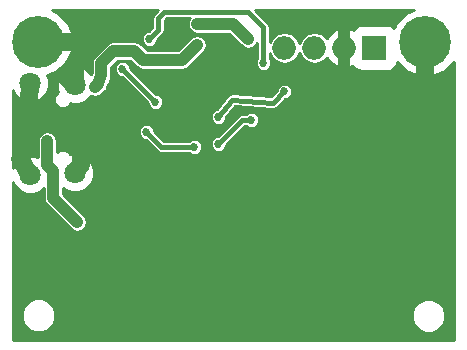
<source format=gbl>
G04 #@! TF.FileFunction,Copper,L2,Bot,Signal*
%FSLAX46Y46*%
G04 Gerber Fmt 4.6, Leading zero omitted, Abs format (unit mm)*
G04 Created by KiCad (PCBNEW 4.0.7-e2-6376~60~ubuntu17.10.1) date Sun Feb  4 21:17:50 2018*
%MOMM*%
%LPD*%
G01*
G04 APERTURE LIST*
%ADD10C,0.100000*%
%ADD11C,1.800000*%
%ADD12C,4.400000*%
%ADD13O,1.998980X1.998980*%
%ADD14R,1.998980X1.998980*%
%ADD15C,0.685800*%
%ADD16C,1.500000*%
%ADD17C,0.381000*%
%ADD18C,1.000000*%
%ADD19C,0.400000*%
%ADD20C,0.254000*%
G04 APERTURE END LIST*
D10*
D11*
X141812000Y-88985000D03*
X141787000Y-96435000D03*
X137987000Y-88835000D03*
X137987000Y-96585000D03*
D12*
X171450000Y-85344000D03*
X138684000Y-85344000D03*
D13*
X159512000Y-85852000D03*
D14*
X167132000Y-85852000D03*
D13*
X164592000Y-85852000D03*
X162052000Y-85852000D03*
D15*
X150114000Y-83820000D03*
X140716000Y-103632000D03*
X144780000Y-89154000D03*
X146050000Y-83058000D03*
X142875000Y-83350100D03*
X162585400Y-92684600D03*
X162026600Y-91097100D03*
X158165800Y-89623900D03*
X154178000Y-96774000D03*
X163576000Y-98450400D03*
X167830500Y-92252800D03*
X171691300Y-97256600D03*
X172478700Y-97282000D03*
X173405800Y-101942900D03*
X172415200Y-101904800D03*
X169329100Y-107149900D03*
X145796000Y-87630000D03*
X148590000Y-90424000D03*
X156718000Y-91948000D03*
X153924000Y-93980000D03*
X141986000Y-100584000D03*
X139446000Y-93726000D03*
X143510000Y-89154000D03*
X152120600Y-85572600D03*
X152146000Y-83820000D03*
X156464000Y-85090000D03*
X159512000Y-89535000D03*
X153924000Y-91694000D03*
X151892000Y-94234000D03*
X147828000Y-92964000D03*
X148082000Y-85090000D03*
X157734000Y-87122000D03*
D16*
X171450000Y-85344000D02*
X171450000Y-89408000D01*
D17*
X150876000Y-84328000D02*
X150876000Y-84074000D01*
X150114000Y-83820000D02*
X150876000Y-84328000D01*
D16*
X141812000Y-88985000D02*
X141695080Y-88985000D01*
X141695080Y-88985000D02*
X140858240Y-88148160D01*
X141812000Y-88985000D02*
X141812000Y-87539840D01*
X141812000Y-87539840D02*
X141894560Y-87457280D01*
X141787000Y-96435000D02*
X141787000Y-96241480D01*
X141787000Y-96241480D02*
X142280640Y-95747840D01*
X142280640Y-95747840D02*
X142280640Y-95158560D01*
X137987000Y-96585000D02*
X137160000Y-95250000D01*
X137160000Y-95250000D02*
X137288040Y-95121960D01*
X137987000Y-88835000D02*
X137922000Y-90424000D01*
X137922000Y-90424000D02*
X138070360Y-90572360D01*
X138684000Y-85344000D02*
X142113000Y-85344000D01*
X142204440Y-85435440D02*
X142204440Y-85481160D01*
X142113000Y-85344000D02*
X142204440Y-85435440D01*
D17*
X144769840Y-89164160D02*
X144769840Y-89311480D01*
X144780000Y-89154000D02*
X144769840Y-89164160D01*
X146672300Y-83070700D02*
X146634200Y-83108800D01*
X146024600Y-83083400D02*
X146672300Y-83070700D01*
X146050000Y-83058000D02*
X146024600Y-83083400D01*
X142786100Y-83439000D02*
X142176500Y-83439000D01*
X142875000Y-83350100D02*
X142786100Y-83439000D01*
D18*
X164592000Y-85852000D02*
X164592000Y-83388200D01*
X164592000Y-83388200D02*
X164553900Y-83350100D01*
X164592000Y-85852000D02*
X164592000Y-88099900D01*
X164566600Y-88125300D02*
X164566600Y-88150700D01*
X164592000Y-88099900D02*
X164566600Y-88125300D01*
D17*
X162826700Y-92443300D02*
X162826700Y-92049600D01*
X162585400Y-92684600D02*
X162826700Y-92443300D01*
X162115500Y-91008200D02*
X162115500Y-90220800D01*
X162026600Y-91097100D02*
X162115500Y-91008200D01*
X158216600Y-89573100D02*
X158216600Y-89382600D01*
X158165800Y-89623900D02*
X158216600Y-89573100D01*
X154139900Y-96812100D02*
X154559000Y-96710500D01*
X154178000Y-96774000D02*
X154139900Y-96812100D01*
X163601400Y-98425000D02*
X163601400Y-97980500D01*
X163576000Y-98450400D02*
X163601400Y-98425000D01*
X167868600Y-92214700D02*
X167868600Y-91528900D01*
X167830500Y-92252800D02*
X167868600Y-92214700D01*
D18*
X172453300Y-97256600D02*
X171691300Y-97256600D01*
X172478700Y-97282000D02*
X172453300Y-97256600D01*
X172453300Y-101942900D02*
X173405800Y-101942900D01*
X172415200Y-101904800D02*
X172453300Y-101942900D01*
D17*
X169367200Y-107111800D02*
X169367200Y-106514900D01*
X169329100Y-107149900D02*
X169367200Y-107111800D01*
X146812000Y-88646000D02*
X145796000Y-87630000D01*
X148590000Y-90424000D02*
X146812000Y-88646000D01*
X155956000Y-91948000D02*
X156718000Y-91948000D01*
X153924000Y-93980000D02*
X155956000Y-91948000D01*
D18*
X139446000Y-93726000D02*
X139446000Y-95758000D01*
X139954000Y-96266000D02*
X139954000Y-96774000D01*
X141986000Y-100584000D02*
X139954000Y-98552000D01*
X139954000Y-98552000D02*
X139954000Y-96774000D01*
X139446000Y-95758000D02*
X139954000Y-96266000D01*
X143764000Y-88900000D02*
X143510000Y-89154000D01*
X148336000Y-86868000D02*
X147574000Y-86868000D01*
X150825200Y-86868000D02*
X152120600Y-85572600D01*
X148336000Y-86868000D02*
X150825200Y-86868000D01*
X144018000Y-87122000D02*
X144018000Y-88138000D01*
X145034000Y-86106000D02*
X144018000Y-87122000D01*
X146812000Y-86106000D02*
X145034000Y-86106000D01*
X147574000Y-86868000D02*
X146812000Y-86106000D01*
X144018000Y-88138000D02*
X143764000Y-88900000D01*
X155194000Y-83820000D02*
X152146000Y-83820000D01*
X156464000Y-85090000D02*
X155194000Y-83820000D01*
D17*
X158496000Y-90487500D02*
X158559500Y-90487500D01*
X158559500Y-90487500D02*
X159512000Y-89535000D01*
D19*
X153924000Y-91694000D02*
X155057600Y-90220800D01*
X155057600Y-90220800D02*
X158496000Y-90487500D01*
D17*
X149098000Y-94234000D02*
X151892000Y-94234000D01*
X147828000Y-92964000D02*
X149098000Y-94234000D01*
X149352000Y-82804000D02*
X156464000Y-82804000D01*
X148082000Y-85090000D02*
X148844000Y-84328000D01*
X148844000Y-84328000D02*
X148844000Y-83312000D01*
X148844000Y-83312000D02*
X149352000Y-82804000D01*
X157734000Y-84074000D02*
X157734000Y-87122000D01*
X156464000Y-82804000D02*
X157734000Y-84074000D01*
D20*
G36*
X148478072Y-82946072D02*
X148365892Y-83113961D01*
X148326500Y-83312000D01*
X148326500Y-84113644D01*
X148020098Y-84420046D01*
X147949333Y-84419984D01*
X147703028Y-84521755D01*
X147514418Y-84710037D01*
X147412217Y-84956164D01*
X147411984Y-85222667D01*
X147513755Y-85468972D01*
X147702037Y-85657582D01*
X147948164Y-85759783D01*
X148214667Y-85760016D01*
X148460972Y-85658245D01*
X148649582Y-85469963D01*
X148751783Y-85223836D01*
X148751846Y-85152010D01*
X149209928Y-84693928D01*
X149322108Y-84526039D01*
X149361501Y-84328000D01*
X149361500Y-84327995D01*
X149361500Y-83526356D01*
X149566355Y-83321500D01*
X151503575Y-83321500D01*
X151381952Y-83503521D01*
X151319000Y-83820000D01*
X151381952Y-84136479D01*
X151561223Y-84404777D01*
X151829521Y-84584048D01*
X152146000Y-84647000D01*
X154851446Y-84647000D01*
X155879223Y-85674777D01*
X156147521Y-85854048D01*
X156464000Y-85916999D01*
X156780479Y-85854048D01*
X157048777Y-85674777D01*
X157216500Y-85423762D01*
X157216500Y-86692042D01*
X157166418Y-86742037D01*
X157064217Y-86988164D01*
X157063984Y-87254667D01*
X157165755Y-87500972D01*
X157354037Y-87689582D01*
X157600164Y-87791783D01*
X157866667Y-87792016D01*
X158112972Y-87690245D01*
X158301582Y-87501963D01*
X158403783Y-87255836D01*
X158404016Y-86989333D01*
X158302245Y-86743028D01*
X158251500Y-86692195D01*
X158251500Y-86314400D01*
X158260496Y-86359626D01*
X158548043Y-86789970D01*
X158978387Y-87077517D01*
X159486013Y-87178490D01*
X159537987Y-87178490D01*
X160045613Y-87077517D01*
X160475957Y-86789970D01*
X160763504Y-86359626D01*
X160782000Y-86266640D01*
X160800496Y-86359626D01*
X161088043Y-86789970D01*
X161518387Y-87077517D01*
X162026013Y-87178490D01*
X162077987Y-87178490D01*
X162585613Y-87077517D01*
X163015957Y-86789970D01*
X163098354Y-86666654D01*
X163356984Y-87053721D01*
X163908338Y-87422124D01*
X164558705Y-87551490D01*
X164625295Y-87551490D01*
X165275662Y-87422124D01*
X165329560Y-87386111D01*
X165427093Y-87537681D01*
X165749636Y-87758065D01*
X166132510Y-87835599D01*
X168131490Y-87835599D01*
X168489172Y-87768297D01*
X168817681Y-87556907D01*
X169038065Y-87234364D01*
X169072023Y-87066673D01*
X169805137Y-87801067D01*
X170870624Y-88243495D01*
X172024315Y-88244502D01*
X173090572Y-87803934D01*
X173824602Y-87071184D01*
X173888056Y-110591600D01*
X136524825Y-110591600D01*
X136522313Y-108766003D01*
X137256752Y-108766003D01*
X137473543Y-109290675D01*
X137874614Y-109692447D01*
X138398907Y-109910152D01*
X138966603Y-109910648D01*
X139491275Y-109693857D01*
X139893047Y-109292786D01*
X140090691Y-108816803D01*
X170276752Y-108816803D01*
X170493543Y-109341475D01*
X170894614Y-109743247D01*
X171418907Y-109960952D01*
X171986603Y-109961448D01*
X172511275Y-109744657D01*
X172913047Y-109343586D01*
X173130752Y-108819293D01*
X173131248Y-108251597D01*
X172914457Y-107726925D01*
X172513386Y-107325153D01*
X171989093Y-107107448D01*
X171421397Y-107106952D01*
X170896725Y-107323743D01*
X170494953Y-107724814D01*
X170277248Y-108249107D01*
X170276752Y-108816803D01*
X140090691Y-108816803D01*
X140110752Y-108768493D01*
X140111248Y-108200797D01*
X139894457Y-107676125D01*
X139493386Y-107274353D01*
X138969093Y-107056648D01*
X138401397Y-107056152D01*
X137876725Y-107272943D01*
X137474953Y-107674014D01*
X137257248Y-108198307D01*
X137256752Y-108766003D01*
X136522313Y-108766003D01*
X136506381Y-97191457D01*
X136629795Y-97490143D01*
X137079489Y-97940623D01*
X137667344Y-98184722D01*
X138303863Y-98185277D01*
X138892143Y-97942205D01*
X139127000Y-97707758D01*
X139127000Y-98552000D01*
X139189952Y-98868479D01*
X139369223Y-99136777D01*
X141401223Y-101168777D01*
X141669521Y-101348048D01*
X141986000Y-101411000D01*
X142302479Y-101348048D01*
X142570777Y-101168777D01*
X142750048Y-100900479D01*
X142813000Y-100584000D01*
X142750048Y-100267521D01*
X142570777Y-99999223D01*
X140781000Y-98209446D01*
X140781000Y-97691962D01*
X140879489Y-97790623D01*
X141467344Y-98034722D01*
X142103863Y-98035277D01*
X142692143Y-97792205D01*
X143142623Y-97342511D01*
X143386722Y-96754656D01*
X143387277Y-96118137D01*
X143144205Y-95529857D01*
X142694511Y-95079377D01*
X142106656Y-94835278D01*
X141470137Y-94834723D01*
X141383368Y-94870575D01*
X141353680Y-94798725D01*
X141149350Y-94594039D01*
X140882244Y-94483126D01*
X140593025Y-94482874D01*
X140325725Y-94593320D01*
X140273000Y-94645953D01*
X140273000Y-93726000D01*
X140210048Y-93409521D01*
X140030777Y-93141223D01*
X139964095Y-93096667D01*
X147157984Y-93096667D01*
X147259755Y-93342972D01*
X147448037Y-93531582D01*
X147694164Y-93633783D01*
X147765990Y-93633846D01*
X148732072Y-94599928D01*
X148899961Y-94712108D01*
X149098000Y-94751500D01*
X151462042Y-94751500D01*
X151512037Y-94801582D01*
X151758164Y-94903783D01*
X152024667Y-94904016D01*
X152270972Y-94802245D01*
X152459582Y-94613963D01*
X152561783Y-94367836D01*
X152562006Y-94112667D01*
X153253984Y-94112667D01*
X153355755Y-94358972D01*
X153544037Y-94547582D01*
X153790164Y-94649783D01*
X154056667Y-94650016D01*
X154302972Y-94548245D01*
X154491582Y-94359963D01*
X154593783Y-94113836D01*
X154593846Y-94042010D01*
X156170356Y-92465500D01*
X156288042Y-92465500D01*
X156338037Y-92515582D01*
X156584164Y-92617783D01*
X156850667Y-92618016D01*
X157096972Y-92516245D01*
X157285582Y-92327963D01*
X157387783Y-92081836D01*
X157388016Y-91815333D01*
X157286245Y-91569028D01*
X157097963Y-91380418D01*
X156851836Y-91278217D01*
X156585333Y-91277984D01*
X156339028Y-91379755D01*
X156288195Y-91430500D01*
X155956000Y-91430500D01*
X155757961Y-91469892D01*
X155590072Y-91582072D01*
X153862098Y-93310046D01*
X153791333Y-93309984D01*
X153545028Y-93411755D01*
X153356418Y-93600037D01*
X153254217Y-93846164D01*
X153253984Y-94112667D01*
X152562006Y-94112667D01*
X152562016Y-94101333D01*
X152460245Y-93855028D01*
X152271963Y-93666418D01*
X152025836Y-93564217D01*
X151759333Y-93563984D01*
X151513028Y-93665755D01*
X151462195Y-93716500D01*
X149312356Y-93716500D01*
X148497954Y-92902098D01*
X148498016Y-92831333D01*
X148396245Y-92585028D01*
X148207963Y-92396418D01*
X147961836Y-92294217D01*
X147695333Y-92293984D01*
X147449028Y-92395755D01*
X147260418Y-92584037D01*
X147158217Y-92830164D01*
X147157984Y-93096667D01*
X139964095Y-93096667D01*
X139762479Y-92961952D01*
X139446000Y-92899000D01*
X139129521Y-92961952D01*
X138861223Y-93141223D01*
X138681952Y-93409521D01*
X138619000Y-93726000D01*
X138619000Y-95114975D01*
X138306656Y-94985278D01*
X137670137Y-94984723D01*
X137081857Y-95227795D01*
X136631377Y-95677489D01*
X136504717Y-95982521D01*
X136498997Y-91826667D01*
X153253984Y-91826667D01*
X153355755Y-92072972D01*
X153544037Y-92261582D01*
X153790164Y-92363783D01*
X154056667Y-92364016D01*
X154302972Y-92262245D01*
X154491582Y-92073963D01*
X154593783Y-91827836D01*
X154593906Y-91687573D01*
X155301281Y-90768284D01*
X158455246Y-91012922D01*
X158521538Y-91005000D01*
X158559500Y-91005000D01*
X158616630Y-90993636D01*
X158659418Y-90988523D01*
X158668788Y-90983261D01*
X158757539Y-90965608D01*
X158925428Y-90853428D01*
X159573901Y-90204954D01*
X159644667Y-90205016D01*
X159890972Y-90103245D01*
X160079582Y-89914963D01*
X160181783Y-89668836D01*
X160182016Y-89402333D01*
X160080245Y-89156028D01*
X159891963Y-88967418D01*
X159645836Y-88865217D01*
X159379333Y-88864984D01*
X159133028Y-88966755D01*
X158944418Y-89155037D01*
X158842217Y-89401164D01*
X158842154Y-89472990D01*
X158366288Y-89948856D01*
X155098354Y-89695378D01*
X155044068Y-89701865D01*
X154989521Y-89698216D01*
X154942974Y-89713946D01*
X154894182Y-89719777D01*
X154846511Y-89746545D01*
X154794718Y-89764048D01*
X154757731Y-89796397D01*
X154714889Y-89820453D01*
X154681091Y-89863425D01*
X154639938Y-89899417D01*
X153766807Y-91034118D01*
X153545028Y-91125755D01*
X153356418Y-91314037D01*
X153254217Y-91560164D01*
X153253984Y-91826667D01*
X136498997Y-91826667D01*
X136495678Y-89415554D01*
X136629795Y-89740143D01*
X137079489Y-90190623D01*
X137667344Y-90434722D01*
X138303863Y-90435277D01*
X138500629Y-90353975D01*
X140009874Y-90353975D01*
X140120320Y-90621275D01*
X140324650Y-90825961D01*
X140591756Y-90936874D01*
X140880975Y-90937126D01*
X141148275Y-90826680D01*
X141352961Y-90622350D01*
X141386786Y-90540891D01*
X141492344Y-90584722D01*
X142128863Y-90585277D01*
X142717143Y-90342205D01*
X143162683Y-89897443D01*
X143193521Y-89918048D01*
X143510000Y-89981000D01*
X143826479Y-89918048D01*
X144094777Y-89738777D01*
X144348777Y-89484777D01*
X144365285Y-89460071D01*
X144388760Y-89441852D01*
X144454406Y-89326692D01*
X144528048Y-89216479D01*
X144533845Y-89187336D01*
X144548561Y-89161520D01*
X144802561Y-88399520D01*
X144819139Y-88268009D01*
X144845000Y-88138000D01*
X144845000Y-87762667D01*
X145125984Y-87762667D01*
X145227755Y-88008972D01*
X145416037Y-88197582D01*
X145662164Y-88299783D01*
X145733990Y-88299846D01*
X147920046Y-90485902D01*
X147919984Y-90556667D01*
X148021755Y-90802972D01*
X148210037Y-90991582D01*
X148456164Y-91093783D01*
X148722667Y-91094016D01*
X148968972Y-90992245D01*
X149157582Y-90803963D01*
X149259783Y-90557836D01*
X149260016Y-90291333D01*
X149158245Y-90045028D01*
X148969963Y-89856418D01*
X148723836Y-89754217D01*
X148652010Y-89754154D01*
X146465954Y-87568098D01*
X146466016Y-87497333D01*
X146364245Y-87251028D01*
X146175963Y-87062418D01*
X145929836Y-86960217D01*
X145663333Y-86959984D01*
X145417028Y-87061755D01*
X145228418Y-87250037D01*
X145126217Y-87496164D01*
X145125984Y-87762667D01*
X144845000Y-87762667D01*
X144845000Y-87464554D01*
X145376554Y-86933000D01*
X146469446Y-86933000D01*
X146989223Y-87452777D01*
X147257521Y-87632048D01*
X147574000Y-87695000D01*
X150825200Y-87695000D01*
X151141679Y-87632048D01*
X151409977Y-87452777D01*
X152705377Y-86157377D01*
X152884648Y-85889079D01*
X152947599Y-85572600D01*
X152884648Y-85256121D01*
X152705377Y-84987823D01*
X152437079Y-84808552D01*
X152120600Y-84745601D01*
X151804121Y-84808552D01*
X151535823Y-84987823D01*
X150482646Y-86041000D01*
X147916554Y-86041000D01*
X147396777Y-85521223D01*
X147128479Y-85341952D01*
X146812000Y-85279000D01*
X145034000Y-85279000D01*
X144717521Y-85341952D01*
X144449223Y-85521223D01*
X143433223Y-86537223D01*
X143253952Y-86805521D01*
X143191000Y-87122000D01*
X143191000Y-88003796D01*
X143166537Y-88077185D01*
X142719511Y-87629377D01*
X142131656Y-87385278D01*
X141495137Y-87384723D01*
X140906857Y-87627795D01*
X140456377Y-88077489D01*
X140212278Y-88665344D01*
X140211723Y-89301863D01*
X140331213Y-89591052D01*
X140325725Y-89593320D01*
X140121039Y-89797650D01*
X140010126Y-90064756D01*
X140009874Y-90353975D01*
X138500629Y-90353975D01*
X138892143Y-90192205D01*
X139342623Y-89742511D01*
X139586722Y-89154656D01*
X139587277Y-88518137D01*
X139442729Y-88168304D01*
X140324572Y-87803934D01*
X141141067Y-86988863D01*
X141583495Y-85923376D01*
X141584502Y-84769685D01*
X141143934Y-83703428D01*
X140328863Y-82886933D01*
X139806178Y-82669896D01*
X148772399Y-82651746D01*
X148478072Y-82946072D01*
X148478072Y-82946072D01*
G37*
X148478072Y-82946072D02*
X148365892Y-83113961D01*
X148326500Y-83312000D01*
X148326500Y-84113644D01*
X148020098Y-84420046D01*
X147949333Y-84419984D01*
X147703028Y-84521755D01*
X147514418Y-84710037D01*
X147412217Y-84956164D01*
X147411984Y-85222667D01*
X147513755Y-85468972D01*
X147702037Y-85657582D01*
X147948164Y-85759783D01*
X148214667Y-85760016D01*
X148460972Y-85658245D01*
X148649582Y-85469963D01*
X148751783Y-85223836D01*
X148751846Y-85152010D01*
X149209928Y-84693928D01*
X149322108Y-84526039D01*
X149361501Y-84328000D01*
X149361500Y-84327995D01*
X149361500Y-83526356D01*
X149566355Y-83321500D01*
X151503575Y-83321500D01*
X151381952Y-83503521D01*
X151319000Y-83820000D01*
X151381952Y-84136479D01*
X151561223Y-84404777D01*
X151829521Y-84584048D01*
X152146000Y-84647000D01*
X154851446Y-84647000D01*
X155879223Y-85674777D01*
X156147521Y-85854048D01*
X156464000Y-85916999D01*
X156780479Y-85854048D01*
X157048777Y-85674777D01*
X157216500Y-85423762D01*
X157216500Y-86692042D01*
X157166418Y-86742037D01*
X157064217Y-86988164D01*
X157063984Y-87254667D01*
X157165755Y-87500972D01*
X157354037Y-87689582D01*
X157600164Y-87791783D01*
X157866667Y-87792016D01*
X158112972Y-87690245D01*
X158301582Y-87501963D01*
X158403783Y-87255836D01*
X158404016Y-86989333D01*
X158302245Y-86743028D01*
X158251500Y-86692195D01*
X158251500Y-86314400D01*
X158260496Y-86359626D01*
X158548043Y-86789970D01*
X158978387Y-87077517D01*
X159486013Y-87178490D01*
X159537987Y-87178490D01*
X160045613Y-87077517D01*
X160475957Y-86789970D01*
X160763504Y-86359626D01*
X160782000Y-86266640D01*
X160800496Y-86359626D01*
X161088043Y-86789970D01*
X161518387Y-87077517D01*
X162026013Y-87178490D01*
X162077987Y-87178490D01*
X162585613Y-87077517D01*
X163015957Y-86789970D01*
X163098354Y-86666654D01*
X163356984Y-87053721D01*
X163908338Y-87422124D01*
X164558705Y-87551490D01*
X164625295Y-87551490D01*
X165275662Y-87422124D01*
X165329560Y-87386111D01*
X165427093Y-87537681D01*
X165749636Y-87758065D01*
X166132510Y-87835599D01*
X168131490Y-87835599D01*
X168489172Y-87768297D01*
X168817681Y-87556907D01*
X169038065Y-87234364D01*
X169072023Y-87066673D01*
X169805137Y-87801067D01*
X170870624Y-88243495D01*
X172024315Y-88244502D01*
X173090572Y-87803934D01*
X173824602Y-87071184D01*
X173888056Y-110591600D01*
X136524825Y-110591600D01*
X136522313Y-108766003D01*
X137256752Y-108766003D01*
X137473543Y-109290675D01*
X137874614Y-109692447D01*
X138398907Y-109910152D01*
X138966603Y-109910648D01*
X139491275Y-109693857D01*
X139893047Y-109292786D01*
X140090691Y-108816803D01*
X170276752Y-108816803D01*
X170493543Y-109341475D01*
X170894614Y-109743247D01*
X171418907Y-109960952D01*
X171986603Y-109961448D01*
X172511275Y-109744657D01*
X172913047Y-109343586D01*
X173130752Y-108819293D01*
X173131248Y-108251597D01*
X172914457Y-107726925D01*
X172513386Y-107325153D01*
X171989093Y-107107448D01*
X171421397Y-107106952D01*
X170896725Y-107323743D01*
X170494953Y-107724814D01*
X170277248Y-108249107D01*
X170276752Y-108816803D01*
X140090691Y-108816803D01*
X140110752Y-108768493D01*
X140111248Y-108200797D01*
X139894457Y-107676125D01*
X139493386Y-107274353D01*
X138969093Y-107056648D01*
X138401397Y-107056152D01*
X137876725Y-107272943D01*
X137474953Y-107674014D01*
X137257248Y-108198307D01*
X137256752Y-108766003D01*
X136522313Y-108766003D01*
X136506381Y-97191457D01*
X136629795Y-97490143D01*
X137079489Y-97940623D01*
X137667344Y-98184722D01*
X138303863Y-98185277D01*
X138892143Y-97942205D01*
X139127000Y-97707758D01*
X139127000Y-98552000D01*
X139189952Y-98868479D01*
X139369223Y-99136777D01*
X141401223Y-101168777D01*
X141669521Y-101348048D01*
X141986000Y-101411000D01*
X142302479Y-101348048D01*
X142570777Y-101168777D01*
X142750048Y-100900479D01*
X142813000Y-100584000D01*
X142750048Y-100267521D01*
X142570777Y-99999223D01*
X140781000Y-98209446D01*
X140781000Y-97691962D01*
X140879489Y-97790623D01*
X141467344Y-98034722D01*
X142103863Y-98035277D01*
X142692143Y-97792205D01*
X143142623Y-97342511D01*
X143386722Y-96754656D01*
X143387277Y-96118137D01*
X143144205Y-95529857D01*
X142694511Y-95079377D01*
X142106656Y-94835278D01*
X141470137Y-94834723D01*
X141383368Y-94870575D01*
X141353680Y-94798725D01*
X141149350Y-94594039D01*
X140882244Y-94483126D01*
X140593025Y-94482874D01*
X140325725Y-94593320D01*
X140273000Y-94645953D01*
X140273000Y-93726000D01*
X140210048Y-93409521D01*
X140030777Y-93141223D01*
X139964095Y-93096667D01*
X147157984Y-93096667D01*
X147259755Y-93342972D01*
X147448037Y-93531582D01*
X147694164Y-93633783D01*
X147765990Y-93633846D01*
X148732072Y-94599928D01*
X148899961Y-94712108D01*
X149098000Y-94751500D01*
X151462042Y-94751500D01*
X151512037Y-94801582D01*
X151758164Y-94903783D01*
X152024667Y-94904016D01*
X152270972Y-94802245D01*
X152459582Y-94613963D01*
X152561783Y-94367836D01*
X152562006Y-94112667D01*
X153253984Y-94112667D01*
X153355755Y-94358972D01*
X153544037Y-94547582D01*
X153790164Y-94649783D01*
X154056667Y-94650016D01*
X154302972Y-94548245D01*
X154491582Y-94359963D01*
X154593783Y-94113836D01*
X154593846Y-94042010D01*
X156170356Y-92465500D01*
X156288042Y-92465500D01*
X156338037Y-92515582D01*
X156584164Y-92617783D01*
X156850667Y-92618016D01*
X157096972Y-92516245D01*
X157285582Y-92327963D01*
X157387783Y-92081836D01*
X157388016Y-91815333D01*
X157286245Y-91569028D01*
X157097963Y-91380418D01*
X156851836Y-91278217D01*
X156585333Y-91277984D01*
X156339028Y-91379755D01*
X156288195Y-91430500D01*
X155956000Y-91430500D01*
X155757961Y-91469892D01*
X155590072Y-91582072D01*
X153862098Y-93310046D01*
X153791333Y-93309984D01*
X153545028Y-93411755D01*
X153356418Y-93600037D01*
X153254217Y-93846164D01*
X153253984Y-94112667D01*
X152562006Y-94112667D01*
X152562016Y-94101333D01*
X152460245Y-93855028D01*
X152271963Y-93666418D01*
X152025836Y-93564217D01*
X151759333Y-93563984D01*
X151513028Y-93665755D01*
X151462195Y-93716500D01*
X149312356Y-93716500D01*
X148497954Y-92902098D01*
X148498016Y-92831333D01*
X148396245Y-92585028D01*
X148207963Y-92396418D01*
X147961836Y-92294217D01*
X147695333Y-92293984D01*
X147449028Y-92395755D01*
X147260418Y-92584037D01*
X147158217Y-92830164D01*
X147157984Y-93096667D01*
X139964095Y-93096667D01*
X139762479Y-92961952D01*
X139446000Y-92899000D01*
X139129521Y-92961952D01*
X138861223Y-93141223D01*
X138681952Y-93409521D01*
X138619000Y-93726000D01*
X138619000Y-95114975D01*
X138306656Y-94985278D01*
X137670137Y-94984723D01*
X137081857Y-95227795D01*
X136631377Y-95677489D01*
X136504717Y-95982521D01*
X136498997Y-91826667D01*
X153253984Y-91826667D01*
X153355755Y-92072972D01*
X153544037Y-92261582D01*
X153790164Y-92363783D01*
X154056667Y-92364016D01*
X154302972Y-92262245D01*
X154491582Y-92073963D01*
X154593783Y-91827836D01*
X154593906Y-91687573D01*
X155301281Y-90768284D01*
X158455246Y-91012922D01*
X158521538Y-91005000D01*
X158559500Y-91005000D01*
X158616630Y-90993636D01*
X158659418Y-90988523D01*
X158668788Y-90983261D01*
X158757539Y-90965608D01*
X158925428Y-90853428D01*
X159573901Y-90204954D01*
X159644667Y-90205016D01*
X159890972Y-90103245D01*
X160079582Y-89914963D01*
X160181783Y-89668836D01*
X160182016Y-89402333D01*
X160080245Y-89156028D01*
X159891963Y-88967418D01*
X159645836Y-88865217D01*
X159379333Y-88864984D01*
X159133028Y-88966755D01*
X158944418Y-89155037D01*
X158842217Y-89401164D01*
X158842154Y-89472990D01*
X158366288Y-89948856D01*
X155098354Y-89695378D01*
X155044068Y-89701865D01*
X154989521Y-89698216D01*
X154942974Y-89713946D01*
X154894182Y-89719777D01*
X154846511Y-89746545D01*
X154794718Y-89764048D01*
X154757731Y-89796397D01*
X154714889Y-89820453D01*
X154681091Y-89863425D01*
X154639938Y-89899417D01*
X153766807Y-91034118D01*
X153545028Y-91125755D01*
X153356418Y-91314037D01*
X153254217Y-91560164D01*
X153253984Y-91826667D01*
X136498997Y-91826667D01*
X136495678Y-89415554D01*
X136629795Y-89740143D01*
X137079489Y-90190623D01*
X137667344Y-90434722D01*
X138303863Y-90435277D01*
X138500629Y-90353975D01*
X140009874Y-90353975D01*
X140120320Y-90621275D01*
X140324650Y-90825961D01*
X140591756Y-90936874D01*
X140880975Y-90937126D01*
X141148275Y-90826680D01*
X141352961Y-90622350D01*
X141386786Y-90540891D01*
X141492344Y-90584722D01*
X142128863Y-90585277D01*
X142717143Y-90342205D01*
X143162683Y-89897443D01*
X143193521Y-89918048D01*
X143510000Y-89981000D01*
X143826479Y-89918048D01*
X144094777Y-89738777D01*
X144348777Y-89484777D01*
X144365285Y-89460071D01*
X144388760Y-89441852D01*
X144454406Y-89326692D01*
X144528048Y-89216479D01*
X144533845Y-89187336D01*
X144548561Y-89161520D01*
X144802561Y-88399520D01*
X144819139Y-88268009D01*
X144845000Y-88138000D01*
X144845000Y-87762667D01*
X145125984Y-87762667D01*
X145227755Y-88008972D01*
X145416037Y-88197582D01*
X145662164Y-88299783D01*
X145733990Y-88299846D01*
X147920046Y-90485902D01*
X147919984Y-90556667D01*
X148021755Y-90802972D01*
X148210037Y-90991582D01*
X148456164Y-91093783D01*
X148722667Y-91094016D01*
X148968972Y-90992245D01*
X149157582Y-90803963D01*
X149259783Y-90557836D01*
X149260016Y-90291333D01*
X149158245Y-90045028D01*
X148969963Y-89856418D01*
X148723836Y-89754217D01*
X148652010Y-89754154D01*
X146465954Y-87568098D01*
X146466016Y-87497333D01*
X146364245Y-87251028D01*
X146175963Y-87062418D01*
X145929836Y-86960217D01*
X145663333Y-86959984D01*
X145417028Y-87061755D01*
X145228418Y-87250037D01*
X145126217Y-87496164D01*
X145125984Y-87762667D01*
X144845000Y-87762667D01*
X144845000Y-87464554D01*
X145376554Y-86933000D01*
X146469446Y-86933000D01*
X146989223Y-87452777D01*
X147257521Y-87632048D01*
X147574000Y-87695000D01*
X150825200Y-87695000D01*
X151141679Y-87632048D01*
X151409977Y-87452777D01*
X152705377Y-86157377D01*
X152884648Y-85889079D01*
X152947599Y-85572600D01*
X152884648Y-85256121D01*
X152705377Y-84987823D01*
X152437079Y-84808552D01*
X152120600Y-84745601D01*
X151804121Y-84808552D01*
X151535823Y-84987823D01*
X150482646Y-86041000D01*
X147916554Y-86041000D01*
X147396777Y-85521223D01*
X147128479Y-85341952D01*
X146812000Y-85279000D01*
X145034000Y-85279000D01*
X144717521Y-85341952D01*
X144449223Y-85521223D01*
X143433223Y-86537223D01*
X143253952Y-86805521D01*
X143191000Y-87122000D01*
X143191000Y-88003796D01*
X143166537Y-88077185D01*
X142719511Y-87629377D01*
X142131656Y-87385278D01*
X141495137Y-87384723D01*
X140906857Y-87627795D01*
X140456377Y-88077489D01*
X140212278Y-88665344D01*
X140211723Y-89301863D01*
X140331213Y-89591052D01*
X140325725Y-89593320D01*
X140121039Y-89797650D01*
X140010126Y-90064756D01*
X140009874Y-90353975D01*
X138500629Y-90353975D01*
X138892143Y-90192205D01*
X139342623Y-89742511D01*
X139586722Y-89154656D01*
X139587277Y-88518137D01*
X139442729Y-88168304D01*
X140324572Y-87803934D01*
X141141067Y-86988863D01*
X141583495Y-85923376D01*
X141584502Y-84769685D01*
X141143934Y-83703428D01*
X140328863Y-82886933D01*
X139806178Y-82669896D01*
X148772399Y-82651746D01*
X148478072Y-82946072D01*
G36*
X169809428Y-82884066D02*
X168992933Y-83699137D01*
X168807333Y-84146112D01*
X168514364Y-83945935D01*
X168131490Y-83868401D01*
X166132510Y-83868401D01*
X165774828Y-83935703D01*
X165446319Y-84147093D01*
X165329600Y-84317916D01*
X165275662Y-84281876D01*
X164625295Y-84152510D01*
X164558705Y-84152510D01*
X163908338Y-84281876D01*
X163356984Y-84650279D01*
X163098354Y-85037346D01*
X163015957Y-84914030D01*
X162585613Y-84626483D01*
X162077987Y-84525510D01*
X162026013Y-84525510D01*
X161518387Y-84626483D01*
X161088043Y-84914030D01*
X160800496Y-85344374D01*
X160782000Y-85437360D01*
X160763504Y-85344374D01*
X160475957Y-84914030D01*
X160045613Y-84626483D01*
X159537987Y-84525510D01*
X159486013Y-84525510D01*
X158978387Y-84626483D01*
X158548043Y-84914030D01*
X158260496Y-85344374D01*
X158251500Y-85389600D01*
X158251500Y-84074000D01*
X158212108Y-83875961D01*
X158099928Y-83708072D01*
X157026892Y-82635036D01*
X170478026Y-82607807D01*
X169809428Y-82884066D01*
X169809428Y-82884066D01*
G37*
X169809428Y-82884066D02*
X168992933Y-83699137D01*
X168807333Y-84146112D01*
X168514364Y-83945935D01*
X168131490Y-83868401D01*
X166132510Y-83868401D01*
X165774828Y-83935703D01*
X165446319Y-84147093D01*
X165329600Y-84317916D01*
X165275662Y-84281876D01*
X164625295Y-84152510D01*
X164558705Y-84152510D01*
X163908338Y-84281876D01*
X163356984Y-84650279D01*
X163098354Y-85037346D01*
X163015957Y-84914030D01*
X162585613Y-84626483D01*
X162077987Y-84525510D01*
X162026013Y-84525510D01*
X161518387Y-84626483D01*
X161088043Y-84914030D01*
X160800496Y-85344374D01*
X160782000Y-85437360D01*
X160763504Y-85344374D01*
X160475957Y-84914030D01*
X160045613Y-84626483D01*
X159537987Y-84525510D01*
X159486013Y-84525510D01*
X158978387Y-84626483D01*
X158548043Y-84914030D01*
X158260496Y-85344374D01*
X158251500Y-85389600D01*
X158251500Y-84074000D01*
X158212108Y-83875961D01*
X158099928Y-83708072D01*
X157026892Y-82635036D01*
X170478026Y-82607807D01*
X169809428Y-82884066D01*
M02*

</source>
